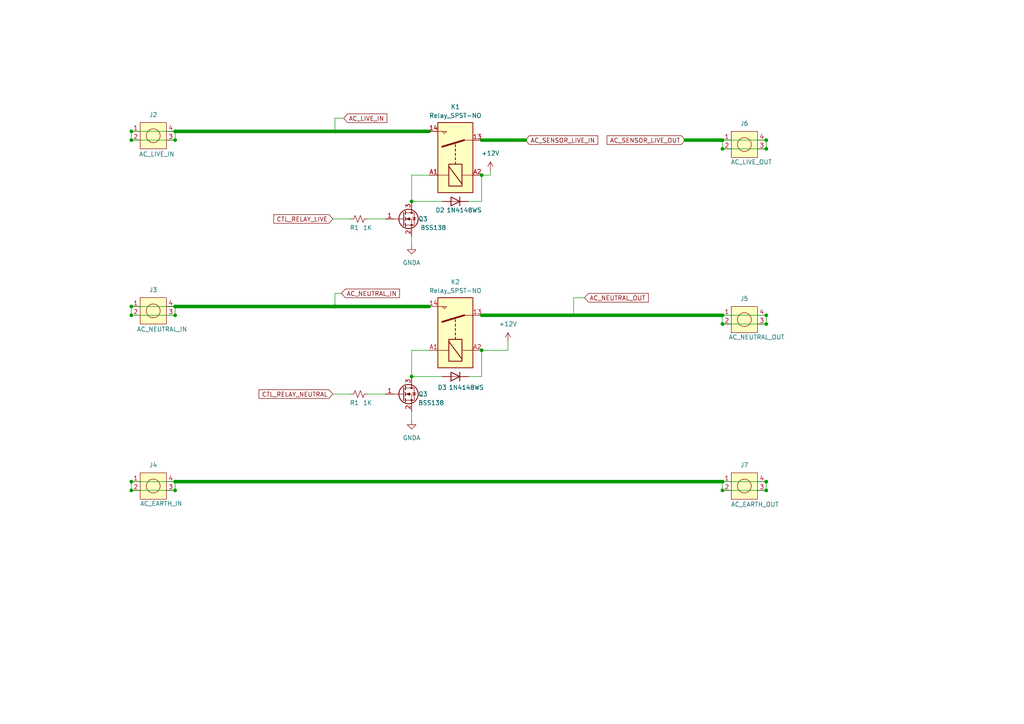
<source format=kicad_sch>
(kicad_sch (version 20230121) (generator eeschema)

  (uuid 53bcb123-ac0c-4e5a-90e7-64b806ff6678)

  (paper "A4")

  (lib_symbols
    (symbol "Device:R_Small_US" (pin_numbers hide) (pin_names (offset 0.254) hide) (in_bom yes) (on_board yes)
      (property "Reference" "R" (at 0.762 0.508 0)
        (effects (font (size 1.27 1.27)) (justify left))
      )
      (property "Value" "R_Small_US" (at 0.762 -1.016 0)
        (effects (font (size 1.27 1.27)) (justify left))
      )
      (property "Footprint" "" (at 0 0 0)
        (effects (font (size 1.27 1.27)) hide)
      )
      (property "Datasheet" "~" (at 0 0 0)
        (effects (font (size 1.27 1.27)) hide)
      )
      (property "ki_keywords" "r resistor" (at 0 0 0)
        (effects (font (size 1.27 1.27)) hide)
      )
      (property "ki_description" "Resistor, small US symbol" (at 0 0 0)
        (effects (font (size 1.27 1.27)) hide)
      )
      (property "ki_fp_filters" "R_*" (at 0 0 0)
        (effects (font (size 1.27 1.27)) hide)
      )
      (symbol "R_Small_US_1_1"
        (polyline
          (pts
            (xy 0 0)
            (xy 1.016 -0.381)
            (xy 0 -0.762)
            (xy -1.016 -1.143)
            (xy 0 -1.524)
          )
          (stroke (width 0) (type default))
          (fill (type none))
        )
        (polyline
          (pts
            (xy 0 1.524)
            (xy 1.016 1.143)
            (xy 0 0.762)
            (xy -1.016 0.381)
            (xy 0 0)
          )
          (stroke (width 0) (type default))
          (fill (type none))
        )
        (pin passive line (at 0 2.54 270) (length 1.016)
          (name "~" (effects (font (size 1.27 1.27))))
          (number "1" (effects (font (size 1.27 1.27))))
        )
        (pin passive line (at 0 -2.54 90) (length 1.016)
          (name "~" (effects (font (size 1.27 1.27))))
          (number "2" (effects (font (size 1.27 1.27))))
        )
      )
    )
    (symbol "Diode:1N4148WS" (pin_numbers hide) (pin_names hide) (in_bom yes) (on_board yes)
      (property "Reference" "D" (at 0 2.54 0)
        (effects (font (size 1.27 1.27)))
      )
      (property "Value" "1N4148WS" (at 0 -2.54 0)
        (effects (font (size 1.27 1.27)))
      )
      (property "Footprint" "Diode_SMD:D_SOD-323" (at 0 -4.445 0)
        (effects (font (size 1.27 1.27)) hide)
      )
      (property "Datasheet" "https://www.vishay.com/docs/85751/1n4148ws.pdf" (at 0 0 0)
        (effects (font (size 1.27 1.27)) hide)
      )
      (property "Sim.Device" "D" (at 0 0 0)
        (effects (font (size 1.27 1.27)) hide)
      )
      (property "Sim.Pins" "1=K 2=A" (at 0 0 0)
        (effects (font (size 1.27 1.27)) hide)
      )
      (property "ki_keywords" "diode" (at 0 0 0)
        (effects (font (size 1.27 1.27)) hide)
      )
      (property "ki_description" "75V 0.15A Fast switching Diode, SOD-323" (at 0 0 0)
        (effects (font (size 1.27 1.27)) hide)
      )
      (property "ki_fp_filters" "D*SOD?323*" (at 0 0 0)
        (effects (font (size 1.27 1.27)) hide)
      )
      (symbol "1N4148WS_0_1"
        (polyline
          (pts
            (xy -1.27 1.27)
            (xy -1.27 -1.27)
          )
          (stroke (width 0.254) (type default))
          (fill (type none))
        )
        (polyline
          (pts
            (xy 1.27 0)
            (xy -1.27 0)
          )
          (stroke (width 0) (type default))
          (fill (type none))
        )
        (polyline
          (pts
            (xy 1.27 1.27)
            (xy 1.27 -1.27)
            (xy -1.27 0)
            (xy 1.27 1.27)
          )
          (stroke (width 0.254) (type default))
          (fill (type none))
        )
      )
      (symbol "1N4148WS_1_1"
        (pin passive line (at -3.81 0 0) (length 2.54)
          (name "K" (effects (font (size 1.27 1.27))))
          (number "1" (effects (font (size 1.27 1.27))))
        )
        (pin passive line (at 3.81 0 180) (length 2.54)
          (name "A" (effects (font (size 1.27 1.27))))
          (number "2" (effects (font (size 1.27 1.27))))
        )
      )
    )
    (symbol "Relay:Relay_SPST-NO" (in_bom yes) (on_board yes)
      (property "Reference" "K" (at 11.43 3.81 0)
        (effects (font (size 1.27 1.27)) (justify left))
      )
      (property "Value" "Relay_SPST-NO" (at 11.43 1.27 0)
        (effects (font (size 1.27 1.27)) (justify left))
      )
      (property "Footprint" "" (at 11.43 -1.27 0)
        (effects (font (size 1.27 1.27)) (justify left) hide)
      )
      (property "Datasheet" "~" (at 0 0 0)
        (effects (font (size 1.27 1.27)) hide)
      )
      (property "ki_keywords" "Single Pole Relay SPST NO" (at 0 0 0)
        (effects (font (size 1.27 1.27)) hide)
      )
      (property "ki_description" "Relay SPST, Normally Open, EN50005" (at 0 0 0)
        (effects (font (size 1.27 1.27)) hide)
      )
      (property "ki_fp_filters" "Relay?SPST*" (at 0 0 0)
        (effects (font (size 1.27 1.27)) hide)
      )
      (symbol "Relay_SPST-NO_0_0"
        (polyline
          (pts
            (xy 7.62 5.08)
            (xy 7.62 2.54)
            (xy 6.985 3.175)
            (xy 7.62 3.81)
          )
          (stroke (width 0) (type default))
          (fill (type none))
        )
      )
      (symbol "Relay_SPST-NO_0_1"
        (rectangle (start -10.16 5.08) (end 10.16 -5.08)
          (stroke (width 0.254) (type default))
          (fill (type background))
        )
        (rectangle (start -8.255 1.905) (end -1.905 -1.905)
          (stroke (width 0.254) (type default))
          (fill (type none))
        )
        (polyline
          (pts
            (xy -7.62 -1.905)
            (xy -2.54 1.905)
          )
          (stroke (width 0.254) (type default))
          (fill (type none))
        )
        (polyline
          (pts
            (xy -5.08 -5.08)
            (xy -5.08 -1.905)
          )
          (stroke (width 0) (type default))
          (fill (type none))
        )
        (polyline
          (pts
            (xy -5.08 5.08)
            (xy -5.08 1.905)
          )
          (stroke (width 0) (type default))
          (fill (type none))
        )
        (polyline
          (pts
            (xy -1.905 0)
            (xy -1.27 0)
          )
          (stroke (width 0.254) (type default))
          (fill (type none))
        )
        (polyline
          (pts
            (xy -0.635 0)
            (xy 0 0)
          )
          (stroke (width 0.254) (type default))
          (fill (type none))
        )
        (polyline
          (pts
            (xy 0.635 0)
            (xy 1.27 0)
          )
          (stroke (width 0.254) (type default))
          (fill (type none))
        )
        (polyline
          (pts
            (xy 1.905 0)
            (xy 2.54 0)
          )
          (stroke (width 0.254) (type default))
          (fill (type none))
        )
        (polyline
          (pts
            (xy 3.175 0)
            (xy 3.81 0)
          )
          (stroke (width 0.254) (type default))
          (fill (type none))
        )
        (polyline
          (pts
            (xy 5.08 -2.54)
            (xy 3.175 3.81)
          )
          (stroke (width 0.508) (type default))
          (fill (type none))
        )
        (polyline
          (pts
            (xy 5.08 -2.54)
            (xy 5.08 -5.08)
          )
          (stroke (width 0) (type default))
          (fill (type none))
        )
      )
      (symbol "Relay_SPST-NO_1_1"
        (pin passive line (at 5.08 -7.62 90) (length 2.54)
          (name "~" (effects (font (size 1.27 1.27))))
          (number "13" (effects (font (size 1.27 1.27))))
        )
        (pin passive line (at 7.62 7.62 270) (length 2.54)
          (name "~" (effects (font (size 1.27 1.27))))
          (number "14" (effects (font (size 1.27 1.27))))
        )
        (pin passive line (at -5.08 7.62 270) (length 2.54)
          (name "~" (effects (font (size 1.27 1.27))))
          (number "A1" (effects (font (size 1.27 1.27))))
        )
        (pin passive line (at -5.08 -7.62 90) (length 2.54)
          (name "~" (effects (font (size 1.27 1.27))))
          (number "A2" (effects (font (size 1.27 1.27))))
        )
      )
    )
    (symbol "Transistor_FET:BSS138" (pin_names hide) (in_bom yes) (on_board yes)
      (property "Reference" "Q" (at 5.08 1.905 0)
        (effects (font (size 1.27 1.27)) (justify left))
      )
      (property "Value" "BSS138" (at 5.08 0 0)
        (effects (font (size 1.27 1.27)) (justify left))
      )
      (property "Footprint" "Package_TO_SOT_SMD:SOT-23" (at 5.08 -1.905 0)
        (effects (font (size 1.27 1.27) italic) (justify left) hide)
      )
      (property "Datasheet" "https://www.onsemi.com/pub/Collateral/BSS138-D.PDF" (at 5.08 -3.81 0)
        (effects (font (size 1.27 1.27)) (justify left) hide)
      )
      (property "ki_keywords" "N-Channel MOSFET" (at 0 0 0)
        (effects (font (size 1.27 1.27)) hide)
      )
      (property "ki_description" "50V Vds, 0.22A Id, N-Channel MOSFET, SOT-23" (at 0 0 0)
        (effects (font (size 1.27 1.27)) hide)
      )
      (property "ki_fp_filters" "SOT?23*" (at 0 0 0)
        (effects (font (size 1.27 1.27)) hide)
      )
      (symbol "BSS138_0_1"
        (polyline
          (pts
            (xy 0.254 0)
            (xy -2.54 0)
          )
          (stroke (width 0) (type default))
          (fill (type none))
        )
        (polyline
          (pts
            (xy 0.254 1.905)
            (xy 0.254 -1.905)
          )
          (stroke (width 0.254) (type default))
          (fill (type none))
        )
        (polyline
          (pts
            (xy 0.762 -1.27)
            (xy 0.762 -2.286)
          )
          (stroke (width 0.254) (type default))
          (fill (type none))
        )
        (polyline
          (pts
            (xy 0.762 0.508)
            (xy 0.762 -0.508)
          )
          (stroke (width 0.254) (type default))
          (fill (type none))
        )
        (polyline
          (pts
            (xy 0.762 2.286)
            (xy 0.762 1.27)
          )
          (stroke (width 0.254) (type default))
          (fill (type none))
        )
        (polyline
          (pts
            (xy 2.54 2.54)
            (xy 2.54 1.778)
          )
          (stroke (width 0) (type default))
          (fill (type none))
        )
        (polyline
          (pts
            (xy 2.54 -2.54)
            (xy 2.54 0)
            (xy 0.762 0)
          )
          (stroke (width 0) (type default))
          (fill (type none))
        )
        (polyline
          (pts
            (xy 0.762 -1.778)
            (xy 3.302 -1.778)
            (xy 3.302 1.778)
            (xy 0.762 1.778)
          )
          (stroke (width 0) (type default))
          (fill (type none))
        )
        (polyline
          (pts
            (xy 1.016 0)
            (xy 2.032 0.381)
            (xy 2.032 -0.381)
            (xy 1.016 0)
          )
          (stroke (width 0) (type default))
          (fill (type outline))
        )
        (polyline
          (pts
            (xy 2.794 0.508)
            (xy 2.921 0.381)
            (xy 3.683 0.381)
            (xy 3.81 0.254)
          )
          (stroke (width 0) (type default))
          (fill (type none))
        )
        (polyline
          (pts
            (xy 3.302 0.381)
            (xy 2.921 -0.254)
            (xy 3.683 -0.254)
            (xy 3.302 0.381)
          )
          (stroke (width 0) (type default))
          (fill (type none))
        )
        (circle (center 1.651 0) (radius 2.794)
          (stroke (width 0.254) (type default))
          (fill (type none))
        )
        (circle (center 2.54 -1.778) (radius 0.254)
          (stroke (width 0) (type default))
          (fill (type outline))
        )
        (circle (center 2.54 1.778) (radius 0.254)
          (stroke (width 0) (type default))
          (fill (type outline))
        )
      )
      (symbol "BSS138_1_1"
        (pin input line (at -5.08 0 0) (length 2.54)
          (name "G" (effects (font (size 1.27 1.27))))
          (number "1" (effects (font (size 1.27 1.27))))
        )
        (pin passive line (at 2.54 -5.08 90) (length 2.54)
          (name "S" (effects (font (size 1.27 1.27))))
          (number "2" (effects (font (size 1.27 1.27))))
        )
        (pin passive line (at 2.54 5.08 270) (length 2.54)
          (name "D" (effects (font (size 1.27 1.27))))
          (number "3" (effects (font (size 1.27 1.27))))
        )
      )
    )
    (symbol "kiCadLib:T34001" (in_bom yes) (on_board yes)
      (property "Reference" "J" (at 1.27 9.525 0)
        (effects (font (size 1.27 1.27)))
      )
      (property "Value" "" (at -2.54 7.62 0)
        (effects (font (size 1.27 1.27)))
      )
      (property "Footprint" "" (at -2.54 7.62 0)
        (effects (font (size 1.27 1.27)) hide)
      )
      (property "Datasheet" "" (at -2.54 7.62 0)
        (effects (font (size 1.27 1.27)) hide)
      )
      (symbol "T34001_1_1"
        (rectangle (start 0 7.62) (end 7.62 0)
          (stroke (width 0) (type default))
          (fill (type background))
        )
        (circle (center 3.81 3.81) (radius 2.008)
          (stroke (width 0) (type default))
          (fill (type none))
        )
        (pin input line (at -2.54 5.08 0) (length 2.54)
          (name "" (effects (font (size 1.27 1.27))))
          (number "1" (effects (font (size 1.27 1.27))))
        )
        (pin input line (at -2.54 2.54 0) (length 2.54)
          (name "" (effects (font (size 1.27 1.27))))
          (number "2" (effects (font (size 1.27 1.27))))
        )
        (pin input line (at 10.16 2.54 180) (length 2.54)
          (name "" (effects (font (size 1.27 1.27))))
          (number "3" (effects (font (size 1.27 1.27))))
        )
        (pin input line (at 10.16 5.08 180) (length 2.54)
          (name "" (effects (font (size 1.27 1.27))))
          (number "4" (effects (font (size 1.27 1.27))))
        )
      )
    )
    (symbol "power:+12V" (power) (pin_names (offset 0)) (in_bom yes) (on_board yes)
      (property "Reference" "#PWR" (at 0 -3.81 0)
        (effects (font (size 1.27 1.27)) hide)
      )
      (property "Value" "+12V" (at 0 3.556 0)
        (effects (font (size 1.27 1.27)))
      )
      (property "Footprint" "" (at 0 0 0)
        (effects (font (size 1.27 1.27)) hide)
      )
      (property "Datasheet" "" (at 0 0 0)
        (effects (font (size 1.27 1.27)) hide)
      )
      (property "ki_keywords" "global power" (at 0 0 0)
        (effects (font (size 1.27 1.27)) hide)
      )
      (property "ki_description" "Power symbol creates a global label with name \"+12V\"" (at 0 0 0)
        (effects (font (size 1.27 1.27)) hide)
      )
      (symbol "+12V_0_1"
        (polyline
          (pts
            (xy -0.762 1.27)
            (xy 0 2.54)
          )
          (stroke (width 0) (type default))
          (fill (type none))
        )
        (polyline
          (pts
            (xy 0 0)
            (xy 0 2.54)
          )
          (stroke (width 0) (type default))
          (fill (type none))
        )
        (polyline
          (pts
            (xy 0 2.54)
            (xy 0.762 1.27)
          )
          (stroke (width 0) (type default))
          (fill (type none))
        )
      )
      (symbol "+12V_1_1"
        (pin power_in line (at 0 0 90) (length 0) hide
          (name "+12V" (effects (font (size 1.27 1.27))))
          (number "1" (effects (font (size 1.27 1.27))))
        )
      )
    )
    (symbol "power:GNDA" (power) (pin_names (offset 0)) (in_bom yes) (on_board yes)
      (property "Reference" "#PWR" (at 0 -6.35 0)
        (effects (font (size 1.27 1.27)) hide)
      )
      (property "Value" "GNDA" (at 0 -3.81 0)
        (effects (font (size 1.27 1.27)))
      )
      (property "Footprint" "" (at 0 0 0)
        (effects (font (size 1.27 1.27)) hide)
      )
      (property "Datasheet" "" (at 0 0 0)
        (effects (font (size 1.27 1.27)) hide)
      )
      (property "ki_keywords" "global power" (at 0 0 0)
        (effects (font (size 1.27 1.27)) hide)
      )
      (property "ki_description" "Power symbol creates a global label with name \"GNDA\" , analog ground" (at 0 0 0)
        (effects (font (size 1.27 1.27)) hide)
      )
      (symbol "GNDA_0_1"
        (polyline
          (pts
            (xy 0 0)
            (xy 0 -1.27)
            (xy 1.27 -1.27)
            (xy 0 -2.54)
            (xy -1.27 -1.27)
            (xy 0 -1.27)
          )
          (stroke (width 0) (type default))
          (fill (type none))
        )
      )
      (symbol "GNDA_1_1"
        (pin power_in line (at 0 0 270) (length 0) hide
          (name "GNDA" (effects (font (size 1.27 1.27))))
          (number "1" (effects (font (size 1.27 1.27))))
        )
      )
    )
  )

  (junction (at 209.55 142.24) (diameter 0) (color 0 0 0 0)
    (uuid 005c7bd6-4837-4dd5-bd37-c1ce11d2d1cc)
  )
  (junction (at 97.155 88.9) (diameter 0) (color 0 0 0 0)
    (uuid 17a60201-7932-443f-9930-226028895042)
  )
  (junction (at 38.1 142.24) (diameter 0) (color 0 0 0 0)
    (uuid 17be88cb-8591-433f-8d1e-796ffda77bc1)
  )
  (junction (at 209.55 139.7) (diameter 0) (color 0 0 0 0)
    (uuid 1fedeca7-6b91-41ed-a302-ceed0baa903c)
  )
  (junction (at 209.55 40.64) (diameter 0) (color 0 0 0 0)
    (uuid 20aa672b-9676-4be6-8015-169d4e3edae1)
  )
  (junction (at 209.55 91.44) (diameter 0) (color 0 0 0 0)
    (uuid 226d1391-36e4-4409-b7eb-ca6bf3f7cfcf)
  )
  (junction (at 50.8 142.24) (diameter 0) (color 0 0 0 0)
    (uuid 30faec30-fc10-4ef9-98ff-a00ad5a44882)
  )
  (junction (at 222.25 40.64) (diameter 0) (color 0 0 0 0)
    (uuid 33dc1f47-92ed-48b0-a402-b27eff60bf85)
  )
  (junction (at 50.8 91.44) (diameter 0) (color 0 0 0 0)
    (uuid 4060909d-6267-4c0b-9cbe-330e937f1897)
  )
  (junction (at 50.8 139.7) (diameter 0) (color 0 0 0 0)
    (uuid 4333ff49-f16b-45dd-b577-6edbef19ec00)
  )
  (junction (at 139.7 50.8) (diameter 0) (color 0 0 0 0)
    (uuid 53d5f588-f2a3-4f2b-a767-659bd29e4133)
  )
  (junction (at 222.25 43.18) (diameter 0) (color 0 0 0 0)
    (uuid 65be3d52-4d39-4309-b442-1671025cd00d)
  )
  (junction (at 222.25 142.24) (diameter 0) (color 0 0 0 0)
    (uuid 65f2ffd9-ef41-456b-af98-325ba71968e8)
  )
  (junction (at 38.1 88.9) (diameter 0) (color 0 0 0 0)
    (uuid 726e10c5-d454-45d5-af0c-c577aefe4eb7)
  )
  (junction (at 50.8 38.1) (diameter 0) (color 0 0 0 0)
    (uuid 7717848c-e75e-4214-a8fe-6023d6eaf5bd)
  )
  (junction (at 166.37 91.44) (diameter 0) (color 0 0 0 0)
    (uuid 8142d337-04e0-4e87-87db-0d7ce6abbf32)
  )
  (junction (at 38.1 139.7) (diameter 0) (color 0 0 0 0)
    (uuid 84abc7ac-9289-4ec3-b950-30f84ca2c590)
  )
  (junction (at 38.1 91.44) (diameter 0) (color 0 0 0 0)
    (uuid 96c8768f-821a-47ab-a013-7ecfb1383bda)
  )
  (junction (at 119.38 109.22) (diameter 0) (color 0 0 0 0)
    (uuid 9bf7b3ee-6ffe-4803-99d3-4b0f6d3d785e)
  )
  (junction (at 222.25 91.44) (diameter 0) (color 0 0 0 0)
    (uuid 9bfa2d45-8ff7-4544-bf46-eb9380a30050)
  )
  (junction (at 222.25 93.98) (diameter 0) (color 0 0 0 0)
    (uuid a2c37029-09fb-4142-a838-e4669e1a0409)
  )
  (junction (at 222.25 139.7) (diameter 0) (color 0 0 0 0)
    (uuid a2e0bbb1-8262-45a7-b056-7f360b6288a9)
  )
  (junction (at 50.8 88.9) (diameter 0) (color 0 0 0 0)
    (uuid a9b8c5c7-cd0f-4c01-b7dc-52082a1fb3a4)
  )
  (junction (at 38.1 38.1) (diameter 0) (color 0 0 0 0)
    (uuid bb56dffa-b428-4cef-85e1-7141b19cece9)
  )
  (junction (at 119.38 58.42) (diameter 0) (color 0 0 0 0)
    (uuid c01e31f3-7de1-4858-97cc-a2a494cf1b70)
  )
  (junction (at 209.55 93.98) (diameter 0) (color 0 0 0 0)
    (uuid c7ed2be0-c31f-40f8-98b8-33d3b0f82072)
  )
  (junction (at 50.8 40.64) (diameter 0) (color 0 0 0 0)
    (uuid da6c271f-e00b-46cb-b663-4ef32920ddb7)
  )
  (junction (at 139.7 101.6) (diameter 0) (color 0 0 0 0)
    (uuid dac633ac-062e-49f1-a55c-8a5e8dbb7ffd)
  )
  (junction (at 38.1 40.64) (diameter 0) (color 0 0 0 0)
    (uuid e000a852-2922-4cbc-8dc7-e14f314bd6b4)
  )
  (junction (at 209.55 43.18) (diameter 0) (color 0 0 0 0)
    (uuid ed01738b-3dd6-4eb4-85d9-b0708ff8bb32)
  )
  (junction (at 97.155 38.1) (diameter 0) (color 0 0 0 0)
    (uuid ff50666a-3dc2-4017-8760-39ee22ece98a)
  )

  (wire (pts (xy 139.7 109.22) (xy 139.7 101.6))
    (stroke (width 0) (type default))
    (uuid 02014729-f064-4dcd-9a06-debd29f166bf)
  )
  (wire (pts (xy 147.32 101.6) (xy 139.7 101.6))
    (stroke (width 0) (type default))
    (uuid 03227e15-9a6b-424a-bac1-317cf918455d)
  )
  (wire (pts (xy 96.52 63.5) (xy 101.6 63.5))
    (stroke (width 0) (type default))
    (uuid 06f1dbc7-3ed3-447e-8fa9-013bbb3429a5)
  )
  (wire (pts (xy 139.7 58.42) (xy 139.7 50.8))
    (stroke (width 0) (type default))
    (uuid 0871ec6c-8b00-49fb-b3b3-4ab908689602)
  )
  (wire (pts (xy 38.1 38.1) (xy 38.1 40.64))
    (stroke (width 0) (type default))
    (uuid 0c04a39f-fb6c-49bc-abd1-c6cac5c4cead)
  )
  (wire (pts (xy 38.1 88.9) (xy 50.8 88.9))
    (stroke (width 0) (type default))
    (uuid 11dd2fe4-19b3-48b1-9830-1960d54819db)
  )
  (wire (pts (xy 97.155 85.09) (xy 97.155 88.9))
    (stroke (width 0) (type default))
    (uuid 22bc3a97-a88f-4ebb-b21d-cef7b3ed973c)
  )
  (wire (pts (xy 38.1 139.7) (xy 50.8 139.7))
    (stroke (width 0) (type default))
    (uuid 28b47793-686f-4ef4-a7e0-d26fa3475d5e)
  )
  (wire (pts (xy 209.55 40.64) (xy 222.25 40.64))
    (stroke (width 0) (type default))
    (uuid 2a582555-0583-4ec0-a6ef-0201ec567782)
  )
  (wire (pts (xy 139.7 50.8) (xy 142.24 50.8))
    (stroke (width 0) (type default))
    (uuid 2f5eea38-1c44-4f05-8b49-b27b171c4784)
  )
  (wire (pts (xy 124.46 50.8) (xy 119.38 50.8))
    (stroke (width 0) (type default))
    (uuid 300585f0-6d6e-4011-bd00-e6b43117039e)
  )
  (wire (pts (xy 209.55 43.18) (xy 222.25 43.18))
    (stroke (width 0) (type default))
    (uuid 331a78aa-ef0d-4ac9-b7f8-c106f2f48607)
  )
  (wire (pts (xy 97.155 34.29) (xy 97.155 38.1))
    (stroke (width 0) (type default))
    (uuid 39112227-5aa0-45a7-af1c-d42dc6aedab3)
  )
  (wire (pts (xy 166.37 91.44) (xy 139.7 91.44))
    (stroke (width 1) (type default))
    (uuid 40c047b5-e491-48ea-af01-1e3ced1a5d66)
  )
  (wire (pts (xy 209.55 139.7) (xy 209.55 142.24))
    (stroke (width 0) (type default))
    (uuid 420efdf9-bf83-4823-ad80-a9c9a008837b)
  )
  (wire (pts (xy 106.68 63.5) (xy 111.76 63.5))
    (stroke (width 0) (type default))
    (uuid 4ce00fbd-fdbb-4292-8e6a-7d182f57b57d)
  )
  (wire (pts (xy 198.755 40.64) (xy 209.55 40.64))
    (stroke (width 1) (type default))
    (uuid 5219977c-13c1-4194-82c3-b423f880d684)
  )
  (wire (pts (xy 209.55 93.98) (xy 209.55 91.44))
    (stroke (width 0) (type default))
    (uuid 556735bd-0614-4429-a164-357cf2ddcbdb)
  )
  (wire (pts (xy 209.55 91.44) (xy 222.25 91.44))
    (stroke (width 0) (type default))
    (uuid 591f8307-1aa9-4afe-9d7d-4f0b5aae5b2f)
  )
  (wire (pts (xy 38.1 91.44) (xy 50.8 91.44))
    (stroke (width 0) (type default))
    (uuid 5aa01b26-6a03-46cb-b623-87bc5cc60c8d)
  )
  (wire (pts (xy 96.52 114.3) (xy 101.6 114.3))
    (stroke (width 0) (type default))
    (uuid 5cfbaea7-5472-49de-bb8b-0d2305d33233)
  )
  (wire (pts (xy 222.25 40.64) (xy 222.25 43.18))
    (stroke (width 0) (type default))
    (uuid 607a7b5c-e26d-4275-bde6-e0ed81b09154)
  )
  (wire (pts (xy 222.25 139.7) (xy 222.25 142.24))
    (stroke (width 0) (type default))
    (uuid 611a9a04-5717-41f8-95fa-04534100f17e)
  )
  (wire (pts (xy 38.1 88.9) (xy 38.1 91.44))
    (stroke (width 0) (type default))
    (uuid 62ab1517-4e4c-449b-a022-1ea131f04318)
  )
  (wire (pts (xy 50.8 88.9) (xy 97.155 88.9))
    (stroke (width 1) (type default))
    (uuid 63bf0e8e-0c91-4dcc-a835-fa43db4180ea)
  )
  (wire (pts (xy 166.37 86.36) (xy 166.37 91.44))
    (stroke (width 0) (type default))
    (uuid 66d93f37-da30-44d7-8cc7-8b4f9ad5c228)
  )
  (wire (pts (xy 119.38 50.8) (xy 119.38 58.42))
    (stroke (width 0) (type default))
    (uuid 67eba27e-d8f5-4d25-93ee-d7d9da7ec867)
  )
  (wire (pts (xy 209.55 142.24) (xy 222.25 142.24))
    (stroke (width 0) (type default))
    (uuid 6bc428df-74fc-4b9d-9f2a-15e0947650ba)
  )
  (wire (pts (xy 50.8 139.7) (xy 209.55 139.7))
    (stroke (width 1) (type default))
    (uuid 6c2ad12f-42a4-47b3-9f51-49a900381c05)
  )
  (wire (pts (xy 50.8 38.1) (xy 50.8 40.64))
    (stroke (width 0) (type default))
    (uuid 6c39f65f-9498-4dcc-bc24-10589cd1574e)
  )
  (wire (pts (xy 97.155 38.1) (xy 124.46 38.1))
    (stroke (width 1) (type default))
    (uuid 84c4ed7c-3d49-49ae-abd0-c884b24d7484)
  )
  (wire (pts (xy 222.25 91.44) (xy 222.25 93.98))
    (stroke (width 0) (type default))
    (uuid 972ae624-c14d-4b46-97b4-68a093e4a6de)
  )
  (wire (pts (xy 119.38 119.38) (xy 119.38 121.92))
    (stroke (width 0) (type default))
    (uuid 9d56e5f4-b008-40bc-8999-45caf22404b7)
  )
  (wire (pts (xy 139.7 40.64) (xy 152.4 40.64))
    (stroke (width 1) (type default))
    (uuid 9f4907e3-1299-423c-ad58-7d608f11ba5a)
  )
  (wire (pts (xy 209.55 93.98) (xy 222.25 93.98))
    (stroke (width 0) (type default))
    (uuid a25a42c2-2ebd-45f3-8fa0-12ef60763413)
  )
  (wire (pts (xy 142.24 50.8) (xy 142.24 49.53))
    (stroke (width 0) (type default))
    (uuid a32f75d0-dbcf-46a4-8b76-8b3f5f9a58d0)
  )
  (wire (pts (xy 38.1 40.64) (xy 50.8 40.64))
    (stroke (width 0) (type default))
    (uuid ae2ae18f-c913-4553-87ae-b144d9d76059)
  )
  (wire (pts (xy 119.38 101.6) (xy 119.38 109.22))
    (stroke (width 0) (type default))
    (uuid b7fdc945-79a5-4eec-90cf-1a5df254ac6a)
  )
  (wire (pts (xy 50.8 38.1) (xy 97.155 38.1))
    (stroke (width 1) (type default))
    (uuid c042f5f8-61ba-4e41-928b-551ade6197b0)
  )
  (wire (pts (xy 38.1 139.7) (xy 38.1 142.24))
    (stroke (width 0) (type default))
    (uuid c1cd2bdf-5d94-4854-9fb5-c7e68bbe1097)
  )
  (wire (pts (xy 97.155 88.9) (xy 124.46 88.9))
    (stroke (width 1) (type default))
    (uuid c4c0e2c9-2e69-4eea-905e-26d24b4c68bf)
  )
  (wire (pts (xy 147.32 99.06) (xy 147.32 101.6))
    (stroke (width 0) (type default))
    (uuid c609c3ca-84fa-4ef1-af71-7cd1982a8b89)
  )
  (wire (pts (xy 99.06 85.09) (xy 97.155 85.09))
    (stroke (width 0) (type default))
    (uuid cc20704a-adc8-490c-89cf-968c3f6f92bf)
  )
  (wire (pts (xy 209.55 139.7) (xy 222.25 139.7))
    (stroke (width 0) (type default))
    (uuid d06a3cac-40bd-4955-a7d3-5e851babdabd)
  )
  (wire (pts (xy 99.695 34.29) (xy 97.155 34.29))
    (stroke (width 0) (type default))
    (uuid d16c74b6-2789-4fd3-9de1-0e240bc2679c)
  )
  (wire (pts (xy 119.38 71.12) (xy 119.38 68.58))
    (stroke (width 0) (type default))
    (uuid d4641e4c-055a-4456-be37-be40f353cb17)
  )
  (wire (pts (xy 50.8 88.9) (xy 50.8 91.44))
    (stroke (width 0) (type default))
    (uuid da5bd471-81f5-4d4c-8cff-3b662d7af3b2)
  )
  (wire (pts (xy 135.89 58.42) (xy 139.7 58.42))
    (stroke (width 0) (type default))
    (uuid e0447bb9-1ec4-4694-8164-4f5f552e33fd)
  )
  (wire (pts (xy 169.545 86.36) (xy 166.37 86.36))
    (stroke (width 0) (type default))
    (uuid e216d472-795b-46df-9581-a03e0a3106cc)
  )
  (wire (pts (xy 119.38 109.22) (xy 128.27 109.22))
    (stroke (width 0) (type default))
    (uuid e65a2e25-805c-46b8-9f61-487405f20765)
  )
  (wire (pts (xy 209.55 91.44) (xy 166.37 91.44))
    (stroke (width 1) (type default))
    (uuid e71f2d67-963e-4263-be50-8167c3ee5acc)
  )
  (wire (pts (xy 38.1 142.24) (xy 50.8 142.24))
    (stroke (width 0) (type default))
    (uuid ea572e2d-e449-424c-a409-d898443f22f4)
  )
  (wire (pts (xy 119.38 58.42) (xy 128.27 58.42))
    (stroke (width 0) (type default))
    (uuid f0aa6a4e-f83a-49a5-934f-6ebed3671ca3)
  )
  (wire (pts (xy 50.8 139.7) (xy 50.8 142.24))
    (stroke (width 0) (type default))
    (uuid f71beba6-43b1-405c-a190-cae2ba113bcc)
  )
  (wire (pts (xy 135.89 109.22) (xy 139.7 109.22))
    (stroke (width 0) (type default))
    (uuid f76688be-ed38-4592-b02d-572463334ff7)
  )
  (wire (pts (xy 124.46 101.6) (xy 119.38 101.6))
    (stroke (width 0) (type default))
    (uuid f825cabc-cbd6-45a7-86ef-71271eb722fc)
  )
  (wire (pts (xy 209.55 40.64) (xy 209.55 43.18))
    (stroke (width 0) (type default))
    (uuid fa16b703-3457-46f2-b34d-52d23a7bee3d)
  )
  (wire (pts (xy 38.1 38.1) (xy 50.8 38.1))
    (stroke (width 0) (type default))
    (uuid fc889cc5-7369-4ff0-82eb-65d8a0c30be3)
  )
  (wire (pts (xy 106.68 114.3) (xy 111.76 114.3))
    (stroke (width 0) (type default))
    (uuid fe5828c6-be78-4948-9aa3-766f434b576a)
  )

  (global_label "AC_SENSOR_LIVE_IN" (shape input) (at 152.4 40.64 0) (fields_autoplaced)
    (effects (font (size 1.27 1.27)) (justify left))
    (uuid 09fb36e2-3484-4686-a0a5-19ae0a51e7a7)
    (property "Intersheetrefs" "${INTERSHEET_REFS}" (at 173.9514 40.64 0)
      (effects (font (size 1.27 1.27)) (justify left) hide)
    )
  )
  (global_label "AC_LIVE_IN" (shape input) (at 99.695 34.29 0) (fields_autoplaced)
    (effects (font (size 1.27 1.27)) (justify left))
    (uuid 23806e01-5466-4223-a9d8-d293474040e8)
    (property "Intersheetrefs" "${INTERSHEET_REFS}" (at 112.7798 34.29 0)
      (effects (font (size 1.27 1.27)) (justify left) hide)
    )
  )
  (global_label "AC_NEUTRAL_OUT" (shape input) (at 169.545 86.36 0) (fields_autoplaced)
    (effects (font (size 1.27 1.27)) (justify left))
    (uuid 704d6f26-b1bb-4fb6-85dc-a2da4359ebf3)
    (property "Intersheetrefs" "${INTERSHEET_REFS}" (at 188.6169 86.36 0)
      (effects (font (size 1.27 1.27)) (justify left) hide)
    )
  )
  (global_label "CTL_RELAY_LIVE" (shape input) (at 96.52 63.5 180) (fields_autoplaced)
    (effects (font (size 1.27 1.27)) (justify right))
    (uuid 78c6b4f2-cba1-47aa-bf28-87c1f274a24a)
    (property "Intersheetrefs" "${INTERSHEET_REFS}" (at 78.8391 63.5 0)
      (effects (font (size 1.27 1.27)) (justify right) hide)
    )
  )
  (global_label "AC_NEUTRAL_IN" (shape input) (at 99.06 85.09 0) (fields_autoplaced)
    (effects (font (size 1.27 1.27)) (justify left))
    (uuid bacec006-af2e-4f2a-9762-b47766f2ba23)
    (property "Intersheetrefs" "${INTERSHEET_REFS}" (at 116.4386 85.09 0)
      (effects (font (size 1.27 1.27)) (justify left) hide)
    )
  )
  (global_label "AC_SENSOR_LIVE_OUT" (shape input) (at 198.755 40.64 180) (fields_autoplaced)
    (effects (font (size 1.27 1.27)) (justify right))
    (uuid c5e8a6c3-d2c1-4d9b-a55f-98b9084735cb)
    (property "Intersheetrefs" "${INTERSHEET_REFS}" (at 175.5103 40.64 0)
      (effects (font (size 1.27 1.27)) (justify right) hide)
    )
  )
  (global_label "CTL_RELAY_NEUTRAL" (shape input) (at 96.52 114.3 180) (fields_autoplaced)
    (effects (font (size 1.27 1.27)) (justify right))
    (uuid fd3a4d9b-7224-4783-84ce-a85b1ddc749a)
    (property "Intersheetrefs" "${INTERSHEET_REFS}" (at 74.5453 114.3 0)
      (effects (font (size 1.27 1.27)) (justify right) hide)
    )
  )

  (symbol (lib_id "kiCadLib:T34001") (at 212.09 45.72 0) (unit 1)
    (in_bom yes) (on_board yes) (dnp no)
    (uuid 0371c57e-6720-4f4e-b35c-41fa23f7ada3)
    (property "Reference" "J6" (at 215.9 35.814 0)
      (effects (font (size 1.27 1.27)))
    )
    (property "Value" "AC_LIVE_OUT" (at 217.932 46.99 0)
      (effects (font (size 1.27 1.27)))
    )
    (property "Footprint" "kiCadPcbLib:T34001" (at 209.55 38.1 0)
      (effects (font (size 1.27 1.27)) hide)
    )
    (property "Datasheet" "" (at 209.55 38.1 0)
      (effects (font (size 1.27 1.27)) hide)
    )
    (pin "3" (uuid 682631ef-5c7c-47a5-bff4-8eae82562284))
    (pin "2" (uuid 980db77c-86ff-4d8e-bb56-d1eda3ae4c96))
    (pin "4" (uuid 64f2f239-1841-4e5c-aba3-3cecc7d4b5b0))
    (pin "1" (uuid 071c93aa-088b-4cd9-be46-8db0d965f9d5))
    (instances
      (project "power_monitor_v0.1"
        (path "/ae7f5ce8-0a63-454d-964e-61f58abd8560/5e5b3ddd-41b6-49c6-ba53-8f20744068ab"
          (reference "J6") (unit 1)
        )
      )
    )
  )

  (symbol (lib_id "kiCadLib:T34001") (at 212.09 144.78 0) (unit 1)
    (in_bom yes) (on_board yes) (dnp no)
    (uuid 0f903841-bbf9-412d-bec3-f6eb5f47898d)
    (property "Reference" "J7" (at 215.9 134.874 0)
      (effects (font (size 1.27 1.27)))
    )
    (property "Value" "AC_EARTH_OUT" (at 218.948 146.304 0)
      (effects (font (size 1.27 1.27)))
    )
    (property "Footprint" "kiCadPcbLib:T34001" (at 209.55 137.16 0)
      (effects (font (size 1.27 1.27)) hide)
    )
    (property "Datasheet" "" (at 209.55 137.16 0)
      (effects (font (size 1.27 1.27)) hide)
    )
    (pin "3" (uuid 73092628-68ff-43e7-a493-c0575aac203b))
    (pin "2" (uuid 304659a3-122e-48d5-9314-f7ecdbbbc0aa))
    (pin "4" (uuid 82c45dae-0541-4ff5-9d45-c5c171839011))
    (pin "1" (uuid f23db0ee-b716-435a-89b2-489d21c30a34))
    (instances
      (project "power_monitor_v0.1"
        (path "/ae7f5ce8-0a63-454d-964e-61f58abd8560/5e5b3ddd-41b6-49c6-ba53-8f20744068ab"
          (reference "J7") (unit 1)
        )
      )
    )
  )

  (symbol (lib_id "power:+12V") (at 142.24 49.53 0) (unit 1)
    (in_bom yes) (on_board yes) (dnp no) (fields_autoplaced)
    (uuid 16cfd57c-92a3-468a-adb3-aec8c90cd2d6)
    (property "Reference" "#PWR041" (at 142.24 53.34 0)
      (effects (font (size 1.27 1.27)) hide)
    )
    (property "Value" "+12V" (at 142.24 44.45 0)
      (effects (font (size 1.27 1.27)))
    )
    (property "Footprint" "" (at 142.24 49.53 0)
      (effects (font (size 1.27 1.27)) hide)
    )
    (property "Datasheet" "" (at 142.24 49.53 0)
      (effects (font (size 1.27 1.27)) hide)
    )
    (pin "1" (uuid 388457b8-6666-42fc-8b2c-9b18d1a836c4))
    (instances
      (project "power_monitor_v0.1"
        (path "/ae7f5ce8-0a63-454d-964e-61f58abd8560/5e0e5815-b3dd-4c68-ad8c-26eb2a892c76"
          (reference "#PWR041") (unit 1)
        )
        (path "/ae7f5ce8-0a63-454d-964e-61f58abd8560/5e5b3ddd-41b6-49c6-ba53-8f20744068ab"
          (reference "#PWR042") (unit 1)
        )
      )
    )
  )

  (symbol (lib_id "kiCadLib:T34001") (at 212.09 96.52 0) (unit 1)
    (in_bom yes) (on_board yes) (dnp no)
    (uuid 1e107f9d-0dc1-433d-8ba1-412d9c5fcd1b)
    (property "Reference" "J5" (at 215.9 86.614 0)
      (effects (font (size 1.27 1.27)))
    )
    (property "Value" "AC_NEUTRAL_OUT" (at 219.456 97.79 0)
      (effects (font (size 1.27 1.27)))
    )
    (property "Footprint" "kiCadPcbLib:T34001" (at 209.55 88.9 0)
      (effects (font (size 1.27 1.27)) hide)
    )
    (property "Datasheet" "" (at 209.55 88.9 0)
      (effects (font (size 1.27 1.27)) hide)
    )
    (pin "3" (uuid 3985d019-8502-42b3-b0ae-6ad593c1ef5e))
    (pin "2" (uuid 6e9ab76a-9a7b-4a1c-bdb1-42d206bedba5))
    (pin "4" (uuid 9240280a-1cb1-4466-9a1c-29726fc27aa5))
    (pin "1" (uuid c0fa7d75-f37c-4f1a-b66c-4476c5fd3c69))
    (instances
      (project "power_monitor_v0.1"
        (path "/ae7f5ce8-0a63-454d-964e-61f58abd8560/5e5b3ddd-41b6-49c6-ba53-8f20744068ab"
          (reference "J5") (unit 1)
        )
      )
    )
  )

  (symbol (lib_id "kiCadLib:T34001") (at 40.64 144.78 0) (unit 1)
    (in_bom yes) (on_board yes) (dnp no)
    (uuid 38cfeac2-d45e-4f2c-871f-dc932988ba66)
    (property "Reference" "J4" (at 44.45 134.874 0)
      (effects (font (size 1.27 1.27)))
    )
    (property "Value" "AC_EARTH_IN" (at 46.736 146.05 0)
      (effects (font (size 1.27 1.27)))
    )
    (property "Footprint" "kiCadPcbLib:T34001" (at 38.1 137.16 0)
      (effects (font (size 1.27 1.27)) hide)
    )
    (property "Datasheet" "" (at 38.1 137.16 0)
      (effects (font (size 1.27 1.27)) hide)
    )
    (pin "3" (uuid d32b2dd5-0163-47c3-a49f-5f3dc0209119))
    (pin "2" (uuid 001d98d6-57cd-44c5-9946-0d08c1de530d))
    (pin "4" (uuid bdc33068-9229-4e0d-ac98-d50f21701bad))
    (pin "1" (uuid cfda782b-3ca5-47cb-8944-3b4fe5994876))
    (instances
      (project "power_monitor_v0.1"
        (path "/ae7f5ce8-0a63-454d-964e-61f58abd8560/5e5b3ddd-41b6-49c6-ba53-8f20744068ab"
          (reference "J4") (unit 1)
        )
      )
    )
  )

  (symbol (lib_id "Transistor_FET:BSS138") (at 116.84 63.5 0) (unit 1)
    (in_bom yes) (on_board yes) (dnp no)
    (uuid 568deffc-66ff-426f-bd1b-65d1303a54c6)
    (property "Reference" "Q3" (at 121.285 63.5 0)
      (effects (font (size 1.27 1.27)) (justify left))
    )
    (property "Value" "BSS138" (at 121.92 66.04 0)
      (effects (font (size 1.27 1.27)) (justify left))
    )
    (property "Footprint" "Package_TO_SOT_SMD:SOT-23" (at 121.92 65.405 0)
      (effects (font (size 1.27 1.27) italic) (justify left) hide)
    )
    (property "Datasheet" "https://www.onsemi.com/pub/Collateral/BSS138-D.PDF" (at 121.92 67.31 0)
      (effects (font (size 1.27 1.27)) (justify left) hide)
    )
    (pin "2" (uuid 51049488-fd08-49ef-8409-cc0ae6c3f478))
    (pin "1" (uuid 5b73e83b-848e-4ada-b5ea-a7dbe997231e))
    (pin "3" (uuid c1c3de7d-9a8a-4a96-af01-9c94258a6ccd))
    (instances
      (project "solar_board"
        (path "/4fc55218-bf00-4e65-b96f-e6f725668fad/2c897d8d-c9a0-4b3a-8b2c-ad182874e522"
          (reference "Q3") (unit 1)
        )
      )
      (project "power_monitor_v0.1"
        (path "/ae7f5ce8-0a63-454d-964e-61f58abd8560/5e5b3ddd-41b6-49c6-ba53-8f20744068ab"
          (reference "Q1") (unit 1)
        )
      )
    )
  )

  (symbol (lib_id "Relay:Relay_SPST-NO") (at 132.08 96.52 90) (unit 1)
    (in_bom yes) (on_board yes) (dnp no) (fields_autoplaced)
    (uuid 5ee3b03f-6e72-45c6-baf3-60317883cca3)
    (property "Reference" "K2" (at 132.08 81.788 90)
      (effects (font (size 1.27 1.27)))
    )
    (property "Value" "Relay_SPST-NO" (at 132.08 84.328 90)
      (effects (font (size 1.27 1.27)))
    )
    (property "Footprint" "kiCadPcbLib:T9VV1K15-12S" (at 133.35 85.09 0)
      (effects (font (size 1.27 1.27)) (justify left) hide)
    )
    (property "Datasheet" "~" (at 132.08 96.52 0)
      (effects (font (size 1.27 1.27)) hide)
    )
    (pin "A1" (uuid 9778439f-9c3c-49f0-ad79-7b0b736c97c0))
    (pin "A2" (uuid 1c9b59b1-0ed2-4967-a26c-1360ac4d81b9))
    (pin "13" (uuid a6da65e5-55a7-4dc0-8fec-42467201a1e8))
    (pin "14" (uuid 7aa458f3-5e86-4e4c-9d4e-c64afaa78759))
    (instances
      (project "power_monitor_v0.1"
        (path "/ae7f5ce8-0a63-454d-964e-61f58abd8560/5e5b3ddd-41b6-49c6-ba53-8f20744068ab"
          (reference "K2") (unit 1)
        )
      )
    )
  )

  (symbol (lib_id "power:GNDA") (at 119.38 121.92 0) (unit 1)
    (in_bom yes) (on_board yes) (dnp no) (fields_autoplaced)
    (uuid 64a10775-517b-469a-87ef-9d3e8895d188)
    (property "Reference" "#PWR01" (at 119.38 128.27 0)
      (effects (font (size 1.27 1.27)) hide)
    )
    (property "Value" "GNDA" (at 119.38 127 0)
      (effects (font (size 1.27 1.27)))
    )
    (property "Footprint" "" (at 119.38 121.92 0)
      (effects (font (size 1.27 1.27)) hide)
    )
    (property "Datasheet" "" (at 119.38 121.92 0)
      (effects (font (size 1.27 1.27)) hide)
    )
    (pin "1" (uuid 703e5678-0622-41d3-9fd7-ab59a769769b))
    (instances
      (project "power_monitor_v0.1"
        (path "/ae7f5ce8-0a63-454d-964e-61f58abd8560/5e0e5815-b3dd-4c68-ad8c-26eb2a892c76"
          (reference "#PWR01") (unit 1)
        )
        (path "/ae7f5ce8-0a63-454d-964e-61f58abd8560/5e5b3ddd-41b6-49c6-ba53-8f20744068ab"
          (reference "#PWR045") (unit 1)
        )
      )
    )
  )

  (symbol (lib_id "Diode:1N4148WS") (at 132.08 58.42 180) (unit 1)
    (in_bom yes) (on_board yes) (dnp no)
    (uuid 6e84d31f-d611-4da7-93f4-5f56e6d869c4)
    (property "Reference" "D2" (at 127.635 60.96 0)
      (effects (font (size 1.27 1.27)))
    )
    (property "Value" "1N4148WS" (at 134.62 60.96 0)
      (effects (font (size 1.27 1.27)))
    )
    (property "Footprint" "Diode_SMD:D_SOD-123F" (at 132.08 53.975 0)
      (effects (font (size 1.27 1.27)) hide)
    )
    (property "Datasheet" "https://www.vishay.com/docs/85751/1n4148ws.pdf" (at 132.08 58.42 0)
      (effects (font (size 1.27 1.27)) hide)
    )
    (property "Sim.Device" "D" (at 132.08 58.42 0)
      (effects (font (size 1.27 1.27)) hide)
    )
    (property "Sim.Pins" "1=K 2=A" (at 132.08 58.42 0)
      (effects (font (size 1.27 1.27)) hide)
    )
    (pin "1" (uuid ead7030c-f3b0-4300-a343-9cbc53658ef6))
    (pin "2" (uuid aa7d21b9-a015-4092-836f-ecc83a8f00a5))
    (instances
      (project "power_monitor_v0.1"
        (path "/ae7f5ce8-0a63-454d-964e-61f58abd8560/5e5b3ddd-41b6-49c6-ba53-8f20744068ab"
          (reference "D2") (unit 1)
        )
      )
    )
  )

  (symbol (lib_id "kiCadLib:T34001") (at 40.64 93.98 0) (unit 1)
    (in_bom yes) (on_board yes) (dnp no)
    (uuid 765fca28-14c0-4c4b-917a-900945d90c56)
    (property "Reference" "J3" (at 44.45 84.074 0)
      (effects (font (size 1.27 1.27)))
    )
    (property "Value" "AC_NEUTRAL_IN" (at 46.99 95.504 0)
      (effects (font (size 1.27 1.27)))
    )
    (property "Footprint" "kiCadPcbLib:T34001" (at 38.1 86.36 0)
      (effects (font (size 1.27 1.27)) hide)
    )
    (property "Datasheet" "" (at 38.1 86.36 0)
      (effects (font (size 1.27 1.27)) hide)
    )
    (pin "3" (uuid b2694ffc-253b-4770-a503-dfc598f7f0aa))
    (pin "2" (uuid 461882ed-0ffd-4551-a634-dd6f26846772))
    (pin "4" (uuid b23f4be2-7c71-440e-9cf7-3370f11de8b3))
    (pin "1" (uuid fd1cc11f-9e5f-4c0f-8163-cc5e19672dc5))
    (instances
      (project "power_monitor_v0.1"
        (path "/ae7f5ce8-0a63-454d-964e-61f58abd8560/5e5b3ddd-41b6-49c6-ba53-8f20744068ab"
          (reference "J3") (unit 1)
        )
      )
    )
  )

  (symbol (lib_id "power:GNDA") (at 119.38 71.12 0) (unit 1)
    (in_bom yes) (on_board yes) (dnp no) (fields_autoplaced)
    (uuid 7fbf4da4-f5a3-4dc4-a2b0-bdf956aa165e)
    (property "Reference" "#PWR01" (at 119.38 77.47 0)
      (effects (font (size 1.27 1.27)) hide)
    )
    (property "Value" "GNDA" (at 119.38 76.2 0)
      (effects (font (size 1.27 1.27)))
    )
    (property "Footprint" "" (at 119.38 71.12 0)
      (effects (font (size 1.27 1.27)) hide)
    )
    (property "Datasheet" "" (at 119.38 71.12 0)
      (effects (font (size 1.27 1.27)) hide)
    )
    (pin "1" (uuid 999bc7bd-e53b-40ef-ae96-323c6baf1d22))
    (instances
      (project "power_monitor_v0.1"
        (path "/ae7f5ce8-0a63-454d-964e-61f58abd8560/5e0e5815-b3dd-4c68-ad8c-26eb2a892c76"
          (reference "#PWR01") (unit 1)
        )
        (path "/ae7f5ce8-0a63-454d-964e-61f58abd8560/5e5b3ddd-41b6-49c6-ba53-8f20744068ab"
          (reference "#PWR044") (unit 1)
        )
      )
    )
  )

  (symbol (lib_id "Device:R_Small_US") (at 104.14 114.3 90) (unit 1)
    (in_bom yes) (on_board yes) (dnp no)
    (uuid a9e0c071-245e-4e82-b51b-b6f200c255bf)
    (property "Reference" "R1" (at 104.14 116.84 90)
      (effects (font (size 1.27 1.27)) (justify left))
    )
    (property "Value" "1K" (at 107.95 116.84 90)
      (effects (font (size 1.27 1.27)) (justify left))
    )
    (property "Footprint" "Resistor_SMD:R_0603_1608Metric" (at 104.14 114.3 0)
      (effects (font (size 1.27 1.27)) hide)
    )
    (property "Datasheet" "~" (at 104.14 114.3 0)
      (effects (font (size 1.27 1.27)) hide)
    )
    (pin "1" (uuid c73ea15c-4ada-498e-8471-900898bd1ba7))
    (pin "2" (uuid 34466001-26e5-4da2-a85e-3a99429a960b))
    (instances
      (project "power_monitor_v0.1"
        (path "/ae7f5ce8-0a63-454d-964e-61f58abd8560/5e0e5815-b3dd-4c68-ad8c-26eb2a892c76"
          (reference "R1") (unit 1)
        )
        (path "/ae7f5ce8-0a63-454d-964e-61f58abd8560/5e5b3ddd-41b6-49c6-ba53-8f20744068ab"
          (reference "R23") (unit 1)
        )
      )
    )
  )

  (symbol (lib_id "Diode:1N4148WS") (at 132.08 109.22 180) (unit 1)
    (in_bom yes) (on_board yes) (dnp no)
    (uuid cda5586c-5842-4f1d-95a4-dfb829579d9a)
    (property "Reference" "D3" (at 128.27 112.395 0)
      (effects (font (size 1.27 1.27)))
    )
    (property "Value" "1N4148WS" (at 135.255 112.395 0)
      (effects (font (size 1.27 1.27)))
    )
    (property "Footprint" "Diode_SMD:D_SOD-123F" (at 132.08 104.775 0)
      (effects (font (size 1.27 1.27)) hide)
    )
    (property "Datasheet" "https://www.vishay.com/docs/85751/1n4148ws.pdf" (at 132.08 109.22 0)
      (effects (font (size 1.27 1.27)) hide)
    )
    (property "Sim.Device" "D" (at 132.08 109.22 0)
      (effects (font (size 1.27 1.27)) hide)
    )
    (property "Sim.Pins" "1=K 2=A" (at 132.08 109.22 0)
      (effects (font (size 1.27 1.27)) hide)
    )
    (pin "1" (uuid 1c7bde55-d280-41ea-bbe7-a205937dbf09))
    (pin "2" (uuid c17dc5fa-a6f0-4b34-89a1-c8bbb4e7f8ec))
    (instances
      (project "power_monitor_v0.1"
        (path "/ae7f5ce8-0a63-454d-964e-61f58abd8560/5e5b3ddd-41b6-49c6-ba53-8f20744068ab"
          (reference "D3") (unit 1)
        )
      )
    )
  )

  (symbol (lib_id "power:+12V") (at 147.32 99.06 0) (unit 1)
    (in_bom yes) (on_board yes) (dnp no) (fields_autoplaced)
    (uuid d97afec2-b8af-436e-b31e-8417b40e8144)
    (property "Reference" "#PWR041" (at 147.32 102.87 0)
      (effects (font (size 1.27 1.27)) hide)
    )
    (property "Value" "+12V" (at 147.32 93.98 0)
      (effects (font (size 1.27 1.27)))
    )
    (property "Footprint" "" (at 147.32 99.06 0)
      (effects (font (size 1.27 1.27)) hide)
    )
    (property "Datasheet" "" (at 147.32 99.06 0)
      (effects (font (size 1.27 1.27)) hide)
    )
    (pin "1" (uuid 4adb6336-cd65-43a0-98eb-167109696588))
    (instances
      (project "power_monitor_v0.1"
        (path "/ae7f5ce8-0a63-454d-964e-61f58abd8560/5e0e5815-b3dd-4c68-ad8c-26eb2a892c76"
          (reference "#PWR041") (unit 1)
        )
        (path "/ae7f5ce8-0a63-454d-964e-61f58abd8560/5e5b3ddd-41b6-49c6-ba53-8f20744068ab"
          (reference "#PWR043") (unit 1)
        )
      )
    )
  )

  (symbol (lib_id "Device:R_Small_US") (at 104.14 63.5 90) (unit 1)
    (in_bom yes) (on_board yes) (dnp no)
    (uuid d97c87fd-491f-4ccb-bfd7-a506e7e7a874)
    (property "Reference" "R1" (at 104.14 66.04 90)
      (effects (font (size 1.27 1.27)) (justify left))
    )
    (property "Value" "1K" (at 107.95 66.04 90)
      (effects (font (size 1.27 1.27)) (justify left))
    )
    (property "Footprint" "Resistor_SMD:R_0603_1608Metric" (at 104.14 63.5 0)
      (effects (font (size 1.27 1.27)) hide)
    )
    (property "Datasheet" "~" (at 104.14 63.5 0)
      (effects (font (size 1.27 1.27)) hide)
    )
    (pin "1" (uuid 584859b4-18e4-42fa-bcf3-c45c5c57dd0d))
    (pin "2" (uuid 5f4d3d8b-1427-45a7-948b-96eaedba49c8))
    (instances
      (project "power_monitor_v0.1"
        (path "/ae7f5ce8-0a63-454d-964e-61f58abd8560/5e0e5815-b3dd-4c68-ad8c-26eb2a892c76"
          (reference "R1") (unit 1)
        )
        (path "/ae7f5ce8-0a63-454d-964e-61f58abd8560/5e5b3ddd-41b6-49c6-ba53-8f20744068ab"
          (reference "R22") (unit 1)
        )
      )
    )
  )

  (symbol (lib_id "kiCadLib:T34001") (at 40.64 43.18 0) (unit 1)
    (in_bom yes) (on_board yes) (dnp no)
    (uuid ef2d4d12-128c-4b1e-9377-597016ec324e)
    (property "Reference" "J2" (at 44.45 33.274 0)
      (effects (font (size 1.27 1.27)))
    )
    (property "Value" "AC_LIVE_IN" (at 45.466 44.704 0)
      (effects (font (size 1.27 1.27)))
    )
    (property "Footprint" "kiCadPcbLib:T34001" (at 38.1 35.56 0)
      (effects (font (size 1.27 1.27)) hide)
    )
    (property "Datasheet" "" (at 38.1 35.56 0)
      (effects (font (size 1.27 1.27)) hide)
    )
    (pin "3" (uuid 3dc2b9bf-0e8e-4594-b7ee-5abeb2bbe779))
    (pin "2" (uuid 414eceab-eba1-427f-b818-a7e02227dac2))
    (pin "4" (uuid 40c796f2-85fe-4255-897f-0aa3a367e95c))
    (pin "1" (uuid 6cbe4c1b-6448-493c-98a4-bd913607a95a))
    (instances
      (project "power_monitor_v0.1"
        (path "/ae7f5ce8-0a63-454d-964e-61f58abd8560/5e5b3ddd-41b6-49c6-ba53-8f20744068ab"
          (reference "J2") (unit 1)
        )
      )
    )
  )

  (symbol (lib_id "Transistor_FET:BSS138") (at 116.84 114.3 0) (unit 1)
    (in_bom yes) (on_board yes) (dnp no)
    (uuid fbf926ed-296c-452c-b233-a1592e7a23ec)
    (property "Reference" "Q3" (at 121.285 114.3 0)
      (effects (font (size 1.27 1.27)) (justify left))
    )
    (property "Value" "BSS138" (at 121.285 116.84 0)
      (effects (font (size 1.27 1.27)) (justify left))
    )
    (property "Footprint" "Package_TO_SOT_SMD:SOT-23" (at 121.92 116.205 0)
      (effects (font (size 1.27 1.27) italic) (justify left) hide)
    )
    (property "Datasheet" "https://www.onsemi.com/pub/Collateral/BSS138-D.PDF" (at 121.92 118.11 0)
      (effects (font (size 1.27 1.27)) (justify left) hide)
    )
    (pin "2" (uuid 3bb1c834-00e1-4785-97b0-aec6320b2b21))
    (pin "1" (uuid b9c0e3ce-dca3-4267-a2ca-e685832fa50c))
    (pin "3" (uuid 6ad57281-ef34-4db3-8f71-291545d1693f))
    (instances
      (project "solar_board"
        (path "/4fc55218-bf00-4e65-b96f-e6f725668fad/2c897d8d-c9a0-4b3a-8b2c-ad182874e522"
          (reference "Q3") (unit 1)
        )
      )
      (project "power_monitor_v0.1"
        (path "/ae7f5ce8-0a63-454d-964e-61f58abd8560/5e5b3ddd-41b6-49c6-ba53-8f20744068ab"
          (reference "Q2") (unit 1)
        )
      )
    )
  )

  (symbol (lib_id "Relay:Relay_SPST-NO") (at 132.08 45.72 90) (unit 1)
    (in_bom yes) (on_board yes) (dnp no) (fields_autoplaced)
    (uuid fc6a32de-82c9-44b6-890a-90efc1efde4c)
    (property "Reference" "K1" (at 132.08 30.988 90)
      (effects (font (size 1.27 1.27)))
    )
    (property "Value" "Relay_SPST-NO" (at 132.08 33.528 90)
      (effects (font (size 1.27 1.27)))
    )
    (property "Footprint" "kiCadPcbLib:T9VV1K15-12S" (at 133.35 34.29 0)
      (effects (font (size 1.27 1.27)) (justify left) hide)
    )
    (property "Datasheet" "~" (at 132.08 45.72 0)
      (effects (font (size 1.27 1.27)) hide)
    )
    (pin "A1" (uuid 4c4606ea-bdee-42f7-a2d6-82ec14c8cdae))
    (pin "A2" (uuid cf2031ab-b872-4183-873f-9b806452f92a))
    (pin "13" (uuid 340efc78-dbdd-4096-969b-cc25d0f8fb74))
    (pin "14" (uuid 2e5597ba-bd8f-47be-b200-08f1bcc4d173))
    (instances
      (project "power_monitor_v0.1"
        (path "/ae7f5ce8-0a63-454d-964e-61f58abd8560/5e5b3ddd-41b6-49c6-ba53-8f20744068ab"
          (reference "K1") (unit 1)
        )
      )
    )
  )
)

</source>
